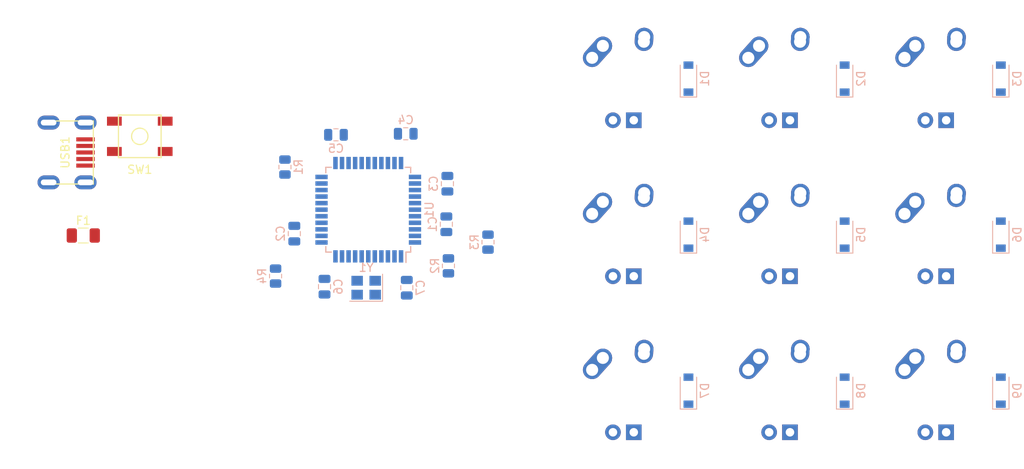
<source format=kicad_pcb>
(kicad_pcb (version 20211014) (generator pcbnew)
  (layers (0 "F.Cu" signal) (31 "B.Cu" signal) (34 "B.Paste" user) (35 "F.Paste" user) (36 "B.SilkS" user "B.Silkscreen") (37 "F.SilkS" user "F.Silkscreen") (38 "B.Mask" user) (39 "F.Mask" user) (44 "Edge.Cuts" user))
  (net 0 "")
  (net 1 "Net-(C1-Pad1)")
  (net 2 "GND")
  (net 3 "+5V")
  (net 4 "Net-(Y1-Pad1)")
  (net 5 "Net-(Y1-Pad3)")
  (net 6 "ROW0")
  (net 7 "Net-(D1-Pad2)")
  (net 8 "Net-(D2-Pad2)")
  (net 9 "Net-(D3-Pad2)")
  (net 10 "ROW1")
  (net 11 "Net-(D4-Pad2)")
  (net 12 "Net-(D5-Pad2)")
  (net 13 "Net-(D6-Pad2)")
  (net 14 "ROW2")
  (net 15 "Net-(D7-Pad2)")
  (net 16 "Net-(D8-Pad2)")
  (net 17 "Net-(D9-Pad2)")
  (net 18 "VCC")
  (net 19 "COL0")
  (net 20 "COL1")
  (net 21 "COL2")
  (net 22 "Net-(R1-Pad1)")
  (net 23 "Net-(R2-Pad1)")
  (net 24 "D+")
  (net 25 "Net-(R3-Pad1)")
  (net 26 "D-")
  (net 27 "Net-(U1-Pad13)")
  (footprint "random-keyboard-parts:SKQG-1155865" (layer "F.Cu") (at 141.0445 80.07)
    (fp_text reference "SW1" (at 0 4.064) (layer "F.SilkS"))
    (fp_text value "SW_Push")
    (fp_line (start -2.6 -2.6) (end 2.6 -2.6) (layer "F.SilkS") (width 0.15))
    (fp_line (start -2.6 2.6) (end -2.6 -2.6) (layer "F.SilkS") (width 0.15))
    (fp_line (start 2.6 2.6) (end -2.6 2.6) (layer "F.SilkS") (width 0.15))
    (fp_line (start 2.6 -2.6) (end 2.6 2.6) (layer "F.SilkS") (width 0.15))
    (fp_circle (center 0 0) (end 1 0) (layer "F.SilkS") (width 0.15) (fill none))
    (pad "1" smd rect locked (at 3.1 1.85) (size 1.8 1.1) (layers "F.Cu" "F.Paste" "F.Mask") (net 2 "GND"))
    (pad "2" smd rect locked (at -3.1 -1.85) (size 1.8 1.1) (layers "F.Cu" "F.Paste" "F.Mask") (net 27 "Net-(U1-Pad13)"))
    (pad "3" smd rect locked (at 3.1 -1.85) (size 1.8 1.1) (layers "F.Cu" "F.Paste" "F.Mask"))
    (pad "4" smd rect locked (at -3.1 1.85) (size 1.8 1.1) (layers "F.Cu" "F.Paste" "F.Mask"))
  )
  (footprint "MX_Alps_Hybrid:MX-1U" (layer "F.Cu") (at 219.075 92.075)
    (fp_text reference "MX5")
    (fp_text value "MX-NoLED")
    (pad "" np_thru_hole circle locked (at 0 0) (size 3.9878 3.9878) (drill 3.9878) (layers *.Cu *.Mask))
    (pad "" np_thru_hole circle locked (at -5.08 0 48.0996) (size 1.75 1.75) (drill 1.75) (layers *.Cu *.Mask))
    (pad "" np_thru_hole circle locked (at 5.08 0 48.0996) (size 1.75 1.75) (drill 1.75) (layers *.Cu *.Mask))
    (pad "1" thru_hole circle locked (at -2.5 -4) (size 2.25 2.25) (drill 1.47) (layers *.Cu "B.Mask") (net 20 "COL1"))
    (pad "1" thru_hole oval locked (at -3.81 -2.54 48.0996) (size 4.211556 2.25) (drill 1.47 (offset 0.980778 0)) (layers *.Cu "B.Mask") (net 20 "COL1"))
    (pad "2" thru_hole oval locked (at 2.5 -4.5 86.0548) (size 2.831378 2.25) (drill 1.47 (offset 0.290689 0)) (layers *.Cu "B.Mask") (net 12 "Net-(D5-Pad2)"))
    (pad "2" thru_hole circle locked (at 2.54 -5.08) (size 2.25 2.25) (drill 1.47) (layers *.Cu "B.Mask") (net 12 "Net-(D5-Pad2)"))
    (pad "3" thru_hole circle locked (at -1.27 5.08) (size 1.905 1.905) (drill 1.04) (layers *.Cu "B.Mask"))
    (pad "4" thru_hole rect locked (at 1.27 5.08) (size 1.905 1.905) (drill 1.04) (layers *.Cu "B.Mask"))
  )
  (footprint "MX_Alps_Hybrid:MX-1U" (layer "F.Cu") (at 200.025 92.075)
    (fp_text reference "MX4")
    (fp_text value "MX-NoLED")
    (pad "" np_thru_hole circle locked (at -5.08 0 48.0996) (size 1.75 1.75) (drill 1.75) (layers *.Cu *.Mask))
    (pad "" np_thru_hole circle locked (at 5.08 0 48.0996) (size 1.75 1.75) (drill 1.75) (layers *.Cu *.Mask))
    (pad "" np_thru_hole circle locked (at 0 0) (size 3.9878 3.9878) (drill 3.9878) (layers *.Cu *.Mask))
    (pad "1" thru_hole oval locked (at -3.81 -2.54 48.0996) (size 4.211556 2.25) (drill 1.47 (offset 0.980778 0)) (layers *.Cu "B.Mask") (net 19 "COL0"))
    (pad "1" thru_hole circle locked (at -2.5 -4) (size 2.25 2.25) (drill 1.47) (layers *.Cu "B.Mask") (net 19 "COL0"))
    (pad "2" thru_hole circle locked (at 2.54 -5.08) (size 2.25 2.25) (drill 1.47) (layers *.Cu "B.Mask") (net 11 "Net-(D4-Pad2)"))
    (pad "2" thru_hole oval locked (at 2.5 -4.5 86.0548) (size 2.831378 2.25) (drill 1.47 (offset 0.290689 0)) (layers *.Cu "B.Mask") (net 11 "Net-(D4-Pad2)"))
    (pad "3" thru_hole circle locked (at -1.27 5.08) (size 1.905 1.905) (drill 1.04) (layers *.Cu "B.Mask"))
    (pad "4" thru_hole rect locked (at 1.27 5.08) (size 1.905 1.905) (drill 1.04) (layers *.Cu "B.Mask"))
  )
  (footprint "MX_Alps_Hybrid:MX-1U" (layer "F.Cu") (at 219.075 73.025)
    (fp_text reference "MX2")
    (fp_text value "MX-NoLED")
    (pad "" np_thru_hole circle locked (at 0 0) (size 3.9878 3.9878) (drill 3.9878) (layers *.Cu *.Mask))
    (pad "" np_thru_hole circle locked (at -5.08 0 48.0996) (size 1.75 1.75) (drill 1.75) (layers *.Cu *.Mask))
    (pad "" np_thru_hole circle locked (at 5.08 0 48.0996) (size 1.75 1.75) (drill 1.75) (layers *.Cu *.Mask))
    (pad "1" thru_hole circle locked (at -2.5 -4) (size 2.25 2.25) (drill 1.47) (layers *.Cu "B.Mask") (net 20 "COL1"))
    (pad "1" thru_hole oval locked (at -3.81 -2.54 48.0996) (size 4.211556 2.25) (drill 1.47 (offset 0.980778 0)) (layers *.Cu "B.Mask") (net 20 "COL1"))
    (pad "2" thru_hole oval locked (at 2.5 -4.5 86.0548) (size 2.831378 2.25) (drill 1.47 (offset 0.290689 0)) (layers *.Cu "B.Mask") (net 8 "Net-(D2-Pad2)"))
    (pad "2" thru_hole circle locked (at 2.54 -5.08) (size 2.25 2.25) (drill 1.47) (layers *.Cu "B.Mask") (net 8 "Net-(D2-Pad2)"))
    (pad "3" thru_hole circle locked (at -1.27 5.08) (size 1.905 1.905) (drill 1.04) (layers *.Cu "B.Mask"))
    (pad "4" thru_hole rect locked (at 1.27 5.08) (size 1.905 1.905) (drill 1.04) (layers *.Cu "B.Mask"))
  )
  (footprint "random-keyboard-parts:Molex-0548190589" (layer "F.Cu") (at 129.9245 82.042)
    (fp_text reference "USB1" (at 2.032 0 90) (layer "F.SilkS"))
    (fp_text value "Molex-0548190589")
    (fp_line (start 5.45 -3.85) (end 5.45 3.85) (layer "F.SilkS") (width 0.15))
    (fp_line (start 0 3.85) (end 5.45 3.85) (layer "F.SilkS") (width 0.15))
    (fp_line (start 0 -3.85) (end 5.45 -3.85) (layer "F.SilkS") (width 0.15))
    (pad "1" smd rect locked (at 4.5 1.6) (size 2.25 0.5) (layers "F.Cu" "F.Paste" "F.Mask") (net 2 "GND"))
    (pad "2" smd rect locked (at 4.5 0.8) (size 2.25 0.5) (layers "F.Cu" "F.Paste" "F.Mask"))
    (pad "3" smd rect locked (at 4.5 0) (size 2.25 0.5) (layers "F.Cu" "F.Paste" "F.Mask") (net 24 "D+"))
    (pad "4" smd rect locked (at 4.5 -0.8) (size 2.25 0.5) (layers "F.Cu" "F.Paste" "F.Mask") (net 26 "D-"))
    (pad "5" smd rect locked (at 4.5 -1.6) (size 2.25 0.5) (layers "F.Cu" "F.Paste" "F.Mask") (net 18 "VCC"))
    (pad "6" thru_hole oval locked (at 4.5 -3.65) (size 2.7 1.7) (drill oval 1.9 0.7) (layers *.Cu *.Mask) (net 2 "GND"))
    (pad "6" thru_hole oval locked (at 0 -3.65) (size 2.7 1.7) (drill oval 1.9 0.7) (layers *.Cu *.Mask) (net 2 "GND"))
    (pad "6" thru_hole oval locked (at 4.5 3.65) (size 2.7 1.7) (drill oval 1.9 0.7) (layers *.Cu *.Mask) (net 2 "GND"))
    (pad "6" thru_hole oval locked (at 0 3.65) (size 2.7 1.7) (drill oval 1.9 0.7) (layers *.Cu *.Mask) (net 2 "GND"))
  )
  (footprint "MX_Alps_Hybrid:MX-1U" (layer "F.Cu") (at 238.125 73.025)
    (fp_text reference "MX3")
    (fp_text value "MX-NoLED")
    (pad "" np_thru_hole circle locked (at -5.08 0 48.0996) (size 1.75 1.75) (drill 1.75) (layers *.Cu *.Mask))
    (pad "" np_thru_hole circle locked (at 0 0) (size 3.9878 3.9878) (drill 3.9878) (layers *.Cu *.Mask))
    (pad "" np_thru_hole circle locked (at 5.08 0 48.0996) (size 1.75 1.75) (drill 1.75) (layers *.Cu *.Mask))
    (pad "1" thru_hole circle locked (at -2.5 -4) (size 2.25 2.25) (drill 1.47) (layers *.Cu "B.Mask") (net 21 "COL2"))
    (pad "1" thru_hole oval locked (at -3.81 -2.54 48.0996) (size 4.211556 2.25) (drill 1.47 (offset 0.980778 0)) (layers *.Cu "B.Mask") (net 21 "COL2"))
    (pad "2" thru_hole oval locked (at 2.5 -4.5 86.0548) (size 2.831378 2.25) (drill 1.47 (offset 0.290689 0)) (layers *.Cu "B.Mask") (net 9 "Net-(D3-Pad2)"))
    (pad "2" thru_hole circle locked (at 2.54 -5.08) (size 2.25 2.25) (drill 1.47) (layers *.Cu "B.Mask") (net 9 "Net-(D3-Pad2)"))
    (pad "3" thru_hole circle locked (at -1.27 5.08) (size 1.905 1.905) (drill 1.04) (layers *.Cu "B.Mask"))
    (pad "4" thru_hole rect locked (at 1.27 5.08) (size 1.905 1.905) (drill 1.04) (layers *.Cu "B.Mask"))
  )
  (footprint "Fuse:Fuse_1206_3216Metric" (layer "F.Cu") (at 134.1545 92.18)
    (fp_text reference "F1" (at 0 -1.82) (layer "F.SilkS"))
    (fp_text value "500mA")
    (fp_line (start -0.602064 -0.91) (end 0.602064 -0.91) (layer "F.SilkS") (width 0.12))
    (fp_line (start -0.602064 0.91) (end 0.602064 0.91) (layer "F.SilkS") (width 0.12))
    (pad "1" smd roundrect locked (at -1.4 0) (size 1.25 1.75) (layers "F.Cu" "F.Paste" "F.Mask") (roundrect_rratio 0.2) (net 18 "VCC"))
    (pad "2" smd roundrect locked (at 1.4 0) (size 1.25 1.75) (layers "F.Cu" "F.Paste" "F.Mask") (roundrect_rratio 0.2) (net 3 "+5V"))
  )
  (footprint "MX_Alps_Hybrid:MX-1U" (layer "F.Cu") (at 200.025 111.125)
    (fp_text reference "MX7")
    (fp_text value "MX-NoLED")
    (pad "" np_thru_hole circle locked (at 5.08 0 48.0996) (size 1.75 1.75) (drill 1.75) (layers *.Cu *.Mask))
    (pad "" np_thru_hole circle locked (at -5.08 0 48.0996) (size 1.75 1.75) (drill 1.75) (layers *.Cu *.Mask))
    (pad "" np_thru_hole circle locked (at 0 0) (size 3.9878 3.9878) (drill 3.9878) (layers *.Cu *.Mask))
    (pad "1" thru_hole circle locked (at -2.5 -4) (size 2.25 2.25) (drill 1.47) (layers *.Cu "B.Mask") (net 19 "COL0"))
    (pad "1" thru_hole oval locked (at -3.81 -2.54 48.0996) (size 4.211556 2.25) (drill 1.47 (offset 0.980778 0)) (layers *.Cu "B.Mask") (net 19 "COL0"))
    (pad "2" thru_hole oval locked (at 2.5 -4.5 86.0548) (size 2.831378 2.25) (drill 1.47 (offset 0.290689 0)) (layers *.Cu "B.Mask") (net 15 "Net-(D7-Pad2)"))
    (pad "2" thru_hole circle locked (at 2.54 -5.08) (size 2.25 2.25) (drill 1.47) (layers *.Cu "B.Mask") (net 15 "Net-(D7-Pad2)"))
    (pad "3" thru_hole circle locked (at -1.27 5.08) (size 1.905 1.905) (drill 1.04) (layers *.Cu "B.Mask"))
    (pad "4" thru_hole rect locked (at 1.27 5.08) (size 1.905 1.905) (drill 1.04) (layers *.Cu "B.Mask"))
  )
  (footprint "MX_Alps_Hybrid:MX-1U" (layer "F.Cu") (at 238.125 111.125)
    (fp_text reference "MX9")
    (fp_text value "MX-NoLED")
    (pad "" np_thru_hole circle locked (at -5.08 0 48.0996) (size 1.75 1.75) (drill 1.75) (layers *.Cu *.Mask))
    (pad "" np_thru_hole circle locked (at 5.08 0 48.0996) (size 1.75 1.75) (drill 1.75) (layers *.Cu *.Mask))
    (pad "" np_thru_hole circle locked (at 0 0) (size 3.9878 3.9878) (drill 3.9878) (layers *.Cu *.Mask))
    (pad "1" thru_hole circle locked (at -2.5 -4) (size 2.25 2.25) (drill 1.47) (layers *.Cu "B.Mask") (net 21 "COL2"))
    (pad "1" thru_hole oval locked (at -3.81 -2.54 48.0996) (size 4.211556 2.25) (drill 1.47 (offset 0.980778 0)) (layers *.Cu "B.Mask") (net 21 "COL2"))
    (pad "2" thru_hole circle locked (at 2.54 -5.08) (size 2.25 2.25) (drill 1.47) (layers *.Cu "B.Mask") (net 17 "Net-(D9-Pad2)"))
    (pad "2" thru_hole oval locked (at 2.5 -4.5 86.0548) (size 2.831378 2.25) (drill 1.47 (offset 0.290689 0)) (layers *.Cu "B.Mask") (net 17 "Net-(D9-Pad2)"))
    (pad "3" thru_hole circle locked (at -1.27 5.08) (size 1.905 1.905) (drill 1.04) (layers *.Cu "B.Mask"))
    (pad "4" thru_hole rect locked (at 1.27 5.08) (size 1.905 1.905) (drill 1.04) (layers *.Cu "B.Mask"))
  )
  (footprint "MX_Alps_Hybrid:MX-1U" (layer "F.Cu") (at 219.075 111.125)
    (fp_text reference "MX8")
    (fp_text value "MX-NoLED")
    (pad "" np_thru_hole circle locked (at -5.08 0 48.0996) (size 1.75 1.75) (drill 1.75) (layers *.Cu *.Mask))
    (pad "" np_thru_hole circle locked (at 0 0) (size 3.9878 3.9878) (drill 3.9878) (layers *.Cu *.Mask))
    (pad "" np_thru_hole circle locked (at 5.08 0 48.0996) (size 1.75 1.75) (drill 1.75) (layers *.Cu *.Mask))
    (pad "1" thru_hole circle locked (at -2.5 -4) (size 2.25 2.25) (drill 1.47) (layers *.Cu "B.Mask") (net 20 "COL1"))
    (pad "1" thru_hole oval locked (at -3.81 -2.54 48.0996) (size 4.211556 2.25) (drill 1.47 (offset 0.980778 0)) (layers *.Cu "B.Mask") (net 20 "COL1"))
    (pad "2" thru_hole circle locked (at 2.54 -5.08) (size 2.25 2.25) (drill 1.47) (layers *.Cu "B.Mask") (net 16 "Net-(D8-Pad2)"))
    (pad "2" thru_hole oval locked (at 2.5 -4.5 86.0548) (size 2.831378 2.25) (drill 1.47 (offset 0.290689 0)) (layers *.Cu "B.Mask") (net 16 "Net-(D8-Pad2)"))
    (pad "3" thru_hole circle locked (at -1.27 5.08) (size 1.905 1.905) (drill 1.04) (layers *.Cu "B.Mask"))
    (pad "4" thru_hole rect locked (at 1.27 5.08) (size 1.905 1.905) (drill 1.04) (layers *.Cu "B.Mask"))
  )
  (footprint "MX_Alps_Hybrid:MX-1U" (layer "F.Cu") (at 238.125 92.075)
    (fp_text reference "MX6")
    (fp_text value "MX-NoLED")
    (pad "" np_thru_hole circle locked (at -5.08 0 48.0996) (size 1.75 1.75) (drill 1.75) (layers *.Cu *.Mask))
    (pad "" np_thru_hole circle locked (at 0 0) (size 3.9878 3.9878) (drill 3.9878) (layers *.Cu *.Mask))
    (pad "" np_thru_hole circle locked (at 5.08 0 48.0996) (size 1.75 1.75) (drill 1.75) (layers *.Cu *.Mask))
    (pad "1" thru_hole oval locked (at -3.81 -2.54 48.0996) (size 4.211556 2.25) (drill 1.47 (offset 0.980778 0)) (layers *.Cu "B.Mask") (net 21 "COL2"))
    (pad "1" thru_hole circle locked (at -2.5 -4) (size 2.25 2.25) (drill 1.47) (layers *.Cu "B.Mask") (net 21 "COL2"))
    (pad "2" thru_hole circle locked (at 2.54 -5.08) (size 2.25 2.25) (drill 1.47) (layers *.Cu "B.Mask") (net 13 "Net-(D6-Pad2)"))
    (pad "2" thru_hole oval locked (at 2.5 -4.5 86.0548) (size 2.831378 2.25) (drill 1.47 (offset 0.290689 0)) (layers *.Cu "B.Mask") (net 13 "Net-(D6-Pad2)"))
    (pad "3" thru_hole circle locked (at -1.27 5.08) (size 1.905 1.905) (drill 1.04) (layers *.Cu "B.Mask"))
    (pad "4" thru_hole rect locked (at 1.27 5.08) (size 1.905 1.905) (drill 1.04) (layers *.Cu "B.Mask"))
  )
  (footprint "MX_Alps_Hybrid:MX-1U" (layer "F.Cu") (at 200.025 73.025)
    (fp_text reference "MX1")
    (fp_text value "MX-NoLED")
    (pad "" np_thru_hole circle locked (at 0 0) (size 3.9878 3.9878) (drill 3.9878) (layers *.Cu *.Mask))
    (pad "" np_thru_hole circle locked (at 5.08 0 48.0996) (size 1.75 1.75) (drill 1.75) (layers *.Cu *.Mask))
    (pad "" np_thru_hole circle locked (at -5.08 0 48.0996) (size 1.75 1.75) (drill 1.75) (layers *.Cu *.Mask))
    (pad "1" thru_hole oval locked (at -3.81 -2.54 48.0996) (size 4.211556 2.25) (drill 1.47 (offset 0.980778 0)) (layers *.Cu "B.Mask") (net 19 "COL0"))
    (pad "1" thru_hole circle locked (at -2.5 -4) (size 2.25 2.25) (drill 1.47) (layers *.Cu "B.Mask") (net 19 "COL0"))
    (pad "2" thru_hole oval locked (at 2.5 -4.5 86.0548) (size 2.831378 2.25) (drill 1.47 (offset 0.290689 0)) (layers *.Cu "B.Mask") (net 7 "Net-(D1-Pad2)"))
    (pad "2" thru_hole circle locked (at 2.54 -5.08) (size 2.25 2.25) (drill 1.47) (layers *.Cu "B.Mask") (net 7 "Net-(D1-Pad2)"))
    (pad "3" thru_hole circle locked (at -1.27 5.08) (size 1.905 1.905) (drill 1.04) (layers *.Cu "B.Mask"))
    (pad "4" thru_hole rect locked (at 1.27 5.08) (size 1.905 1.905) (drill 1.04) (layers *.Cu "B.Mask"))
  )
  (footprint "Diode_SMD:D_SOD-123" (layer "B.Cu") (at 227.0125 73.025 90)
    (fp_text reference "D2" (at 0 2 90) (layer "B.SilkS") (effects (justify mirror)))
    (fp_text value "D_Small")
    (fp_line (start -2.25 1) (end 1.65 1) (layer "B.SilkS") (width 0.12))
    (fp_line (start -2.25 -1) (end 1.65 -1) (layer "B.SilkS") (width 0.12))
    (fp_line (start -2.25 1) (end -2.25 -1) (layer "B.SilkS") (width 0.12))
    (pad "1" smd rect locked (at -1.65 0 90) (size 0.9 1.2) (layers "B.Cu" "B.Paste" "B.Mask") (net 6 "ROW0"))
    (pad "2" smd rect locked (at 1.65 0 90) (size 0.9 1.2) (layers "B.Cu" "B.Paste" "B.Mask") (net 8 "Net-(D2-Pad2)"))
  )
  (footprint "Capacitor_SMD:C_0805_2012Metric" (layer "B.Cu") (at 173.482 79.756 180)
    (fp_text reference "C4" (at 0 1.68) (layer "B.SilkS") (effects (justify mirror)))
    (fp_text value "0.1uF")
    (fp_line (start -0.261252 0.735) (end 0.261252 0.735) (layer "B.SilkS") (width 0.12))
    (fp_line (start -0.261252 -0.735) (end 0.261252 -0.735) (layer "B.SilkS") (width 0.12))
    (pad "1" smd roundrect locked (at -0.95 0 180) (size 1 1.45) (layers "B.Cu" "B.Paste" "B.Mask") (net 3 "+5V"))
    (pad "2" smd roundrect locked (at 0.95 0 180) (size 1 1.45) (layers "B.Cu" "B.Paste" "B.Mask") (net 2 "GND"))
  )
  (footprint "Capacitor_SMD:C_0805_2012Metric" (layer "B.Cu") (at 178.562 85.852 -90)
    (fp_text reference "C3" (at 0 1.68 90) (layer "B.SilkS") (effects (justify mirror)))
    (fp_text value "0.1uF")
    (fp_line (start -0.261252 -0.735) (end 0.261252 -0.735) (layer "B.SilkS") (width 0.12))
    (fp_line (start -0.261252 0.735) (end 0.261252 0.735) (layer "B.SilkS") (width 0.12))
    (pad "1" smd roundrect locked (at -0.95 0 270) (size 1 1.45) (layers "B.Cu" "B.Paste" "B.Mask") (net 3 "+5V"))
    (pad "2" smd roundrect locked (at 0.95 0 270) (size 1 1.45) (layers "B.Cu" "B.Paste" "B.Mask") (net 2 "GND"))
  )
  (footprint "Capacitor_SMD:C_0805_2012Metric" (layer "B.Cu") (at 173.609 98.552 90)
    (fp_text reference "C7" (at 0 1.68 90) (layer "B.SilkS") (effects (justify mirror)))
    (fp_text value "22pF")
    (fp_line (start -0.261252 -0.735) (end 0.261252 -0.735) (layer "B.SilkS") (width 0.12))
    (fp_line (start -0.261252 0.735) (end 0.261252 0.735) (layer "B.SilkS") (width 0.12))
    (pad "1" smd roundrect locked (at -0.95 0 90) (size 1 1.45) (layers "B.Cu" "B.Paste" "B.Mask") (net 2 "GND"))
    (pad "2" smd roundrect locked (at 0.95 0 90) (size 1 1.45) (layers "B.Cu" "B.Paste" "B.Mask") (net 5 "Net-(Y1-Pad3)"))
  )
  (footprint "Diode_SMD:D_SOD-123" (layer "B.Cu") (at 246.0625 92.075 90)
    (fp_text reference "D6" (at 0 2 90) (layer "B.SilkS") (effects (justify mirror)))
    (fp_text value "D_Small")
    (fp_line (start -2.25 -1) (end 1.65 -1) (layer "B.SilkS") (width 0.12))
    (fp_line (start -2.25 1) (end 1.65 1) (layer "B.SilkS") (width 0.12))
    (fp_line (start -2.25 1) (end -2.25 -1) (layer "B.SilkS") (width 0.12))
    (pad "1" smd rect locked (at -1.65 0 90) (size 0.9 1.2) (layers "B.Cu" "B.Paste" "B.Mask") (net 10 "ROW1"))
    (pad "2" smd rect locked (at 1.65 0 90) (size 0.9 1.2) (layers "B.Cu" "B.Paste" "B.Mask") (net 13 "Net-(D6-Pad2)"))
  )
  (footprint "Diode_SMD:D_SOD-123" (layer "B.Cu") (at 207.9625 73.025 90)
    (fp_text reference "D1" (at 0 2 90) (layer "B.SilkS") (effects (justify mirror)))
    (fp_text value "D_Small")
    (fp_line (start -2.25 -1) (end 1.65 -1) (layer "B.SilkS") (width 0.12))
    (fp_line (start -2.25 1) (end -2.25 -1) (layer "B.SilkS") (width 0.12))
    (fp_line (start -2.25 1) (end 1.65 1) (layer "B.SilkS") (width 0.12))
    (pad "1" smd rect locked (at -1.65 0 90) (size 0.9 1.2) (layers "B.Cu" "B.Paste" "B.Mask") (net 6 "ROW0"))
    (pad "2" smd rect locked (at 1.65 0 90) (size 0.9 1.2) (layers "B.Cu" "B.Paste" "B.Mask") (net 7 "Net-(D1-Pad2)"))
  )
  (footprint "Resistor_SMD:R_0805_2012Metric" (layer "B.Cu") (at 158.75 83.82 90)
    (fp_text reference "R1" (at 0 1.65 90) (layer "B.SilkS") (effects (justify mirror)))
    (fp_text value "10k")
    (fp_line (start -0.227064 -0.735) (end 0.227064 -0.735) (layer "B.SilkS") (width 0.12))
    (fp_line (start -0.227064 0.735) (end 0.227064 0.735) (layer "B.SilkS") (width 0.12))
    (pad "1" smd roundrect locked (at -0.9125 0 90) (size 1.025 1.4) (layers "B.Cu" "B.Paste" "B.Mask") (roundrect_rratio 0.243902) (net 22 "Net-(R1-Pad1)"))
    (pad "2" smd roundrect locked (at 0.9125 0 90) (size 1.025 1.4) (layers "B.Cu" "B.Paste" "B.Mask") (roundrect_rratio 0.243902) (net 2 "GND"))
  )
  (footprint "Diode_SMD:D_SOD-123" (layer "B.Cu") (at 227.0125 92.075 90)
    (fp_text reference "D5" (at 0 2 90) (layer "B.SilkS") (effects (justify mirror)))
    (fp_text value "D_Small")
    (fp_line (start -2.25 1) (end -2.25 -1) (layer "B.SilkS") (width 0.12))
    (fp_line (start -2.25 -1) (end 1.65 -1) (layer "B.SilkS") (width 0.12))
    (fp_line (start -2.25 1) (end 1.65 1) (layer "B.SilkS") (width 0.12))
    (pad "1" smd rect locked (at -1.65 0 90) (size 0.9 1.2) (layers "B.Cu" "B.Paste" "B.Mask") (net 10 "ROW1"))
    (pad "2" smd rect locked (at 1.65 0 90) (size 0.9 1.2) (layers "B.Cu" "B.Paste" "B.Mask") (net 12 "Net-(D5-Pad2)"))
  )
  (footprint "Diode_SMD:D_SOD-123" (layer "B.Cu") (at 207.9625 111.125 90)
    (fp_text reference "D7" (at 0 2 90) (layer "B.SilkS") (effects (justify mirror)))
    (fp_text value "D_Small")
    (fp_line (start -2.25 1) (end -2.25 -1) (layer "B.SilkS") (width 0.12))
    (fp_line (start -2.25 1) (end 1.65 1) (layer "B.SilkS") (width 0.12))
    (fp_line (start -2.25 -1) (end 1.65 -1) (layer "B.SilkS") (width 0.12))
    (pad "1" smd rect locked (at -1.65 0 90) (size 0.9 1.2) (layers "B.Cu" "B.Paste" "B.Mask") (net 14 "ROW2"))
    (pad "2" smd rect locked (at 1.65 0 90) (size 0.9 1.2) (layers "B.Cu" "B.Paste" "B.Mask") (net 15 "Net-(D7-Pad2)"))
  )
  (footprint "Capacitor_SMD:C_0805_2012Metric" (layer "B.Cu") (at 159.893 91.948 -90)
    (fp_text reference "C2" (at 0 1.68 90) (layer "B.SilkS") (effects (justify mirror)))
    (fp_text value "0.1uF")
    (fp_line (start -0.261252 -0.735) (end 0.261252 -0.735) (layer "B.SilkS") (width 0.12))
    (fp_line (start -0.261252 0.735) (end 0.261252 0.735) (layer "B.SilkS") (width 0.12))
    (pad "1" smd roundrect locked (at -0.95 0 270) (size 1 1.45) (layers "B.Cu" "B.Paste" "B.Mask") (net 3 "+5V"))
    (pad "2" smd roundrect locked (at 0.95 0 270) (size 1 1.45) (layers "B.Cu" "B.Paste" "B.Mask") (net 2 "GND"))
  )
  (footprint "Diode_SMD:D_SOD-123" (layer "B.Cu") (at 227.0125 111.125 90)
    (fp_text reference "D8" (at 0 2 90) (layer "B.SilkS") (effects (justify mirror)))
    (fp_text value "D_Small")
    (fp_line (start -2.25 1) (end 1.65 1) (layer "B.SilkS") (width 0.12))
    (fp_line (start -2.25 -1) (end 1.65 -1) (layer "B.SilkS") (width 0.12))
    (fp_line (start -2.25 1) (end -2.25 -1) (layer "B.SilkS") (width 0.12))
    (pad "1" smd rect locked (at -1.65 0 90) (size 0.9 1.2) (layers "B.Cu" "B.Paste" "B.Mask") (net 14 "ROW2"))
    (pad "2" smd rect locked (at 1.65 0 90) (size 0.9 1.2) (layers "B.Cu" "B.Paste" "B.Mask") (net 16 "Net-(D8-Pad2)"))
  )
  (footprint "Crystal:Crystal_SMD_3225-4Pin_3.2x2.5mm" (layer "B.Cu") (at 168.656 98.552 180)
    (fp_text reference "Y1" (at 0 2.45) (layer "B.SilkS") (effects (justify mirror)))
    (fp_text value "16MHz")
    (fp_line (start -2 -1.65) (end 2 -1.65) (layer "B.SilkS") (width 0.12))
    (fp_line (start -2 1.65) (end -2 -1.65) (layer "B.SilkS") (width 0.12))
    (pad "1" smd rect locked (at -1.1 -0.85 180) (size 1.4 1.2) (layers "B.Cu" "B.Paste" "B.Mask") (net 4 "Net-(Y1-Pad1)"))
    (pad "2" smd rect locked (at 1.1 -0.85 180) (size 1.4 1.2) (layers "B.Cu" "B.Paste" "B.Mask") (net 2 "GND"))
    (pad "3" smd rect locked (at 1.1 0.85 180) (size 1.4 1.2) (layers "B.Cu" "B.Paste" "B.Mask") (net 5 "Net-(Y1-Pad3)"))
    (pad "4" smd rect locked (at -1.1 0.85 180) (size 1.4 1.2) (layers "B.Cu" "B.Paste" "B.Mask") (net 2 "GND"))
  )
  (footprint "Diode_SMD:D_SOD-123" (layer "B.Cu") (at 207.9625 92.075 90)
    (fp_text reference "D4" (at 0 2 90) (layer "B.SilkS") (effects (justify mirror)))
    (fp_text value "D_Small")
    (fp_line (start -2.25 1) (end 1.65 1) (layer "B.SilkS") (width 0.12))
    (fp_line (start -2.25 1) (end -2.25 -1) (layer "B.SilkS") (width 0.12))
    (fp_line (start -2.25 -1) (end 1.65 -1) (layer "B.SilkS") (width 0.12))
    (pad "1" smd rect locked (at -1.65 0 90) (size 0.9 1.2) (layers "B.Cu" "B.Paste" "B.Mask") (net 10 "ROW1"))
    (pad "2" smd rect locked (at 1.65 0 90) (size 0.9 1.2) (layers "B.Cu" "B.Paste" "B.Mask") (net 11 "Net-(D4-Pad2)"))
  )
  (footprint "Resistor_SMD:R_0805_2012Metric" (layer "B.Cu") (at 178.689 95.885 -90)
    (fp_text reference "R2" (at 0 1.65 90) (layer "B.SilkS") (effects (justify mirror)))
    (fp_text value "22")
    (fp_line (start -0.227064 -0.735) (end 0.227064 -0.735) (layer "B.SilkS") (width 0.12))
    (fp_line (start -0.227064 0.735) (end 0.227064 0.735) (layer "B.SilkS") (width 0.12))
    (pad "1" smd roundrect locked (at -0.9125 0 270) (size 1.025 1.4) (layers "B.Cu" "B.Paste" "B.Mask") (roundrect_rratio 0.243902) (net 23 "Net-(R2-Pad1)"))
    (pad "2" smd roundrect locked (at 0.9125 0 270) (size 1.025 1.4) (layers "B.Cu" "B.Paste" "B.Mask") (roundrect_rratio 0.243902) (net 24 "D+"))
  )
  (footprint "Capacitor_SMD:C_0805_2012Metric" (layer "B.Cu") (at 163.576 98.425 90)
    (fp_text reference "C6" (at 0 1.68 90) (layer "B.SilkS") (effects (justify mirror)))
    (fp_text value "22pF")
    (fp_line (start -0.261252 -0.735) (end 0.261252 -0.735) (layer "B.SilkS") (width 0.12))
    (fp_line (start -0.261252 0.735) (end 0.261252 0.735) (layer "B.SilkS") (width 0.12))
    (pad "1" smd roundrect locked (at -0.95 0 90) (size 1 1.45) (layers "B.Cu" "B.Paste" "B.Mask") (net 2 "GND"))
    (pad "2" smd roundrect locked (at 0.95 0 90) (size 1 1.45) (layers "B.Cu" "B.Paste" "B.Mask") (net 4 "Net-(Y1-Pad1)"))
  )
  (footprint "Capacitor_SMD:C_0805_2012Metric" (layer "B.Cu") (at 164.973 79.883)
    (fp_text reference "C5" (at 0 1.68) (layer "B.SilkS") (effects (justify mirror)))
    (fp_text value "0.1uF")
    (fp_line (start -0.261252 0.735) (end 0.261252 0.735) (layer "B.SilkS") (width 0.12))
    (fp_line (start -0.261252 -0.735) (end 0.261252 -0.735) (layer "B.SilkS") (width 0.12))
    (pad "1" smd roundrect locked (at -0.95 0) (size 1 1.45) (layers "B.Cu" "B.Paste" "B.Mask") (net 3 "+5V"))
    (pad "2" smd roundrect locked (at 0.95 0) (size 1 1.45) (layers "B.Cu" "B.Paste" "B.Mask") (net 2 "GND"))
  )
  (footprint "Resistor_SMD:R_0805_2012Metric" (layer "B.Cu") (at 183.515 92.9875 -90)
    (fp_text reference "R3" (at 0 1.65 90) (layer "B.SilkS") (effects (justify mirror)))
    (fp_text value "22")
    (fp_line (start -0.227064 0.735) (end 0.227064 0.735) (layer "B.SilkS") (width 0.12))
    (fp_line (start -0.227064 -0.735) (end 0.227064 -0.735) (layer "B.SilkS") (width 0.12))
    (pad "1" smd roundrect locked (at -0.9125 0 270) (size 1.025 1.4) (layers "B.Cu" "B.Paste" "B.Mask") (roundrect_rratio 0.243902) (net 25 "Net-(R3-Pad1)"))
    (pad "2" smd roundrect locked (at 0.9125 0 270) (size 1.025 1.4) (layers "B.Cu" "B.Paste" "B.Mask") (roundrect_rratio 0.243902) (net 26 "D-"))
  )
  (footprint "Diode_SMD:D_SOD-123" (layer "B.Cu") (at 246.0625 73.025 90)
    (fp_text reference "D3" (at 0 2 90) (layer "B.SilkS") (effects (justify mirror)))
    (fp_text value "D_Small")
    (fp_line (start -2.25 -1) (end 1.65 -1) (layer "B.SilkS") (width 0.12))
    (fp_line (start -2.25 1) (end -2.25 -1) (layer "B.SilkS") (width 0.12))
    (fp_line (start -2.25 1) (end 1.65 1) (layer "B.SilkS") (width 0.12))
    (pad "1" smd rect locked (at -1.65 0 90) (size 0.9 1.2) (layers "B.Cu" "B.Paste" "B.Mask") (net 6 "ROW0"))
    (pad "2" smd rect locked (at 1.65 0 90) (size 0.9 1.2) (layers "B.Cu" "B.Paste" "B.Mask") (net 9 "Net-(D3-Pad2)"))
  )
  (footprint "Capacitor_SMD:C_0805_2012Metric" (layer "B.Cu") (at 178.435 90.805 -90)
    (fp_text reference "C1" (at 0 1.68 90) (layer "B.SilkS") (effects (justify mirror)))
    (fp_text value "1uF")
    (fp_line (start -0.261252 0.735) (end 0.261252 0.735) (layer "B.SilkS") (width 0.12))
    (fp_line (start -0.261252 -0.735) (end 0.261252 -0.735) (layer "B.SilkS") (width 0.12))
    (pad "1" smd roundrect locked (at -0.95 0 270) (size 1 1.45) (layers "B.Cu" "B.Paste" "B.Mask") (net 1 "Net-(C1-Pad1)"))
    (pad "2" smd roundrect locked (at 0.95 0 270) (size 1 1.45) (layers "B.Cu" "B.Paste" "B.Mask") (net 2 "GND"))
  )
  (footprint "Package_QFP:TQFP-44_10x10mm_P0.8mm" (layer "B.Cu") (at 168.91 89.027 90)
    (fp_text reference "U1" (at 0 7.45 90) (layer "B.SilkS") (effects (justify mirror)))
    (fp_text value "ATmega32U4-A")
    (fp_line (start -5.175 5.175) (end -4.5 5.175) (layer "B.SilkS") (width 0.15))
    (fp_line (start 5.175 5.175) (end 5.175 4.5) (layer "B.SilkS") (width 0.15))
    (fp_line (start -5.175 -5.175) (end -5.175 -4.5) (layer "B.SilkS") (width 0.15))
    (fp_line (start 5.175 -5.175) (end 5.175 -4.5) (layer "B.SilkS") (width 0.15))
    (fp_line (start 5.175 5.175) (end 4.5 5.175) (layer "B.SilkS") (width 0.15))
    (fp_line (start -5.175 5.175) (end -5.175 4.6) (layer "B.SilkS") (width 0.15))
    (fp_line (start -5.175 4.6) (end -6.45 4.6) (layer "B.SilkS") (width 0.15))
    (fp_line (start -5.175 -5.175) (end -4.5 -5.175) (layer "B.SilkS") (width 0.15))
    (fp_line (start 5.175 -5.175) (end 4.5 -5.175) (layer "B.SilkS") (width 0.15))
    (pad "1" smd rect locked (at -5.7 4 90) (size 1.5 0.55) (layers "B.Cu" "B.Paste" "B.Mask"))
    (pad "2" smd rect locked (at -5.7 3.2 90) (size 1.5 0.55) (layers "B.Cu" "B.Paste" "B.Mask") (net 3 "+5V"))
    (pad "3" smd rect locked (at -5.7 2.4 90) (size 1.5 0.55) (layers "B.Cu" "B.Paste" "B.Mask") (net 25 "Net-(R3-Pad1)"))
    (pad "4" smd rect locked (at -5.7 1.6 90) (size 1.5 0.55) (layers "B.Cu" "B.Paste" "B.Mask") (net 23 "Net-(R2-Pad1)"))
    (pad "5" smd rect locked (at -5.7 0.8 90) (size 1.5 0.55) (layers "B.Cu" "B.Paste" "B.Mask") (net 2 "GND"))
    (pad "6" smd rect locked (at -5.7 0 90) (size 1.5 0.55) (layers "B.Cu" "B.Paste" "B.Mask") (net 1 "Net-(C1-Pad1)"))
    (pad "7" smd rect locked (at -5.7 -0.8 90) (size 1.5 0.55) (layers "B.Cu" "B.Paste" "B.Mask") (net 3 "+5V"))
    (pad "8" smd rect locked (at -5.7 -1.6 90) (size 1.5 0.55) (layers "B.Cu" "B.Paste" "B.Mask"))
    (pad "9" smd rect locked (at -5.7 -2.4 90) (size 1.5 0.55) (layers "B.Cu" "B.Paste" "B.Mask"))
    (pad "10" smd rect locked (at -5.7 -3.2 90) (size 1.5 0.55) (layers "B.Cu" "B.Paste" "B.Mask"))
    (pad "11" smd rect locked (at -5.7 -4 90) (size 1.5 0.55) (layers "B.Cu" "B.Paste" "B.Mask"))
    (pad "12" smd rect locked (at -4 -5.7) (size 1.5 0.55) (layers "B.Cu" "B.Paste" "B.Mask"))
    (pad "13" smd rect locked (at -3.2 -5.7) (size 1.5 0.55) (layers "B.Cu" "B.Paste" "B.Mask") (net 27 "Net-(U1-Pad13)"))
    (pad "14" smd rect locked (at -2.4 -5.7) (size 1.5 0.55) (layers "B.Cu" "B.Paste" "B.Mask") (net 3 "+5V"))
    (pad "15" smd rect locked (at -1.6 -5.7) (size 1.5 0.55) (layers "B.Cu" "B.Paste" "B.Mask") (net 2 "GND"))
    (pad "16" smd rect locked (at -0.8 -5.7) (size 1.5 0.55) (layers "B.Cu" "B.Paste" "B.Mask") (net 5 "Net-(Y1-Pad3)"))
    (pad "17" smd rect locked (at 0 -5.7) (size 1.5 0.55) (layers "B.Cu" "B.Paste" "B.Mask") (net 4 "Net-(Y1-Pad1)"))
    (pad "18" smd rect locked (at 0.8 -5.7) (size 1.5 0.55) (layers "B.Cu" "B.Paste" "B.Mask"))
    (pad "19" smd rect locked (at 1.6 -5.7) (size 1.5 0.55) (layers "B.Cu" "B.Paste" "B.Mask"))
    (pad "20" smd rect locked (at 2.4 -5.7) (size 1.5 0.55) (layers "B.Cu" "B.Paste" "B.Mask"))
    (pad "21" smd rect locked (at 3.2 -5.7) (size 1.5 0.55) (layers "B.Cu" "B.Paste" "B.Mask"))
    (pad "22" smd rect locked (at 4 -5.7) (size 1.5 0.55) (layers "B.Cu" "B.Paste" "B.Mask"))
    (pad "23" smd rect locked (at 5.7 -4 90) (size 1.5 0.55) (layers "B.Cu" "B.Paste" "B.Mask") (net 2 "GND"))
    (pad "24" smd rect locked (at 5.7 -3.2 90) (size 1.5 0.55) (layers "B.Cu" "B.Paste" "B.Mask") (net 3 "+5V"))
    (pad "25" smd rect locked (at 5.7 -2.4 90) (size 1.5 0.55) (layers "B.Cu" "B.Paste" "B.Mask"))
    (pad "26" smd rect locked (at 5.7 -1.6 90) (size 1.5 0.55) (layers "B.Cu" "B.Paste" "B.Mask"))
    (pad "27" smd rect locked (at 5.7 -0.8 90) (size 1.5 0.55) (layers "B.Cu" "B.Paste" "B.Mask"))
    (pad "28" smd rect locked (at 5.7 0 90) (size 1.5 0.55) (layers "B.Cu" "B.Paste" "B.Mask"))
    (pad "29" smd rect locked (at 5.7 0.8 90) (size 1.5 0.55) (layers "B.Cu" "B.Paste" "B.Mask"))
    (pad "30" smd rect locked (at 5.7 1.6 90) (size 1.5 0.55) (layers "B.Cu" "B.Paste" "B.Mask"))
    (pad "31" smd rect locked (at 5.7 2.4 90) (size 1.5 0.55) (layers "B.Cu" "B.Paste" "B.Mask"))
    (pad "32" smd rect locked (at 5.7 3.2 90) (size 1.5 0.55) (layers "B.Cu" "B.Paste" "B.Mask"))
    (pad "33" smd rect locked (at 5.7 4 90) (size 1.5 0.55) (layers "B.Cu" "B.Paste" "B.Mask") (net 22 "Net-(R1-Pad1)"))
    (pad "34" smd rect locked (at 4 5.7) (size 1.5 0.55) (layers "B.Cu" "B.Paste" "B.Mask") (net 3 "+5V"))
    (pad "35" smd rect locked (at 3.2 5.7) (size 1.5 0.55) (layers "B.Cu" "B.Paste" "B.Mask") (net 2 "GND"))
    (pad "36" smd rect locked (at 2.4 5.7) (size 1.5 0.55) (layers "B.Cu" "B.Paste" "B.Mask") (net 21 "COL2"))
    (pad "37" smd rect locked (at 1.6 5.7) (size 1.5 0.55) (layers "B.Cu" "B.Paste" "B.Mask") (net 20 "COL1"))
    (pad "38" smd rect locked (at 0.8 5.7) (size 1.5 0.55) (layers "B.Cu" "B.Paste" "B.Mask") (net 19 "COL0"))
    (pad "39" smd rect locked (at 0 5.7) (size 1.5 0.55) (layers "B.Cu" "B.Paste" "B.Mask") (net 14 "ROW2"))
    (pad "40" smd rect locked (at -0.8 5.7) (size 1.5 0.55) (layers "B.Cu" "B.Paste" "B.Mask") (net 10 "ROW1"))
    (pad "41" smd rect locked (at -1.6 5.7) (size 1.5 0.55) (layers "B.Cu" "B.Paste" "B.Mask") (net 6 "ROW0"))
    (pad "42" smd rect locked (at -2.4 5.7) (size 1.5 0.55) (layers "B.Cu" "B.Paste" "B.Mask"))
    (pad "43" smd rect locked (at -3.2 5.7) (size 1.5 0.55) (layers "B.Cu" "B.Paste" "B.Mask") (net 2 "GND"))
    (pad "44" smd rect locked (at -4 5.7) (size 1.5 0.55) (layers "B.Cu" "B.Paste" "B.Mask") (net 3 "+5V"))
  )
  (footprint "Diode_SMD:D_SOD-123" (layer "B.Cu") (at 246.0625 111.125 90)
    (fp_text reference "D9" (at 0 2 90) (layer "B.SilkS") (effects (justify mirror)))
    (fp_text value "D_Small")
    (fp_line (start -2.25 1) (end 1.65 1) (layer "B.SilkS") (width 0.12))
    (fp_line (start -2.25 1) (end -2.25 -1) (layer "B.SilkS") (width 0.12))
    (fp_line (start -2.25 -1) (end 1.65 -1) (layer "B.SilkS") (width 0.12))
    (pad "1" smd rect locked (at -1.65 0 90) (size 0.9 1.2) (layers "B.Cu" "B.Paste" "B.Mask") (net 14 "ROW2"))
    (pad "2" smd rect locked (at 1.65 0 90) (size 0.9 1.2) (layers "B.Cu" "B.Paste" "B.Mask") (net 17 "Net-(D9-Pad2)"))
  )
  (footprint "Resistor_SMD:R_0805_2012Metric" (layer "B.Cu") (at 157.607 97.1315 -90)
    (fp_text reference "R4" (at 0 1.65 90) (layer "B.SilkS") (effects (justify mirror)))
    (fp_text value "10k")
    (fp_line (start -0.227064 -0.735) (end 0.227064 -0.735) (layer "B.SilkS") (width 0.12))
    (fp_line (start -0.227064 0.735) (end 0.227064 0.735) (layer "B.SilkS") (width 0.12))
    (pad "1" smd roundrect locked (at -0.9125 0 270) (size 1.025 1.4) (layers "B.Cu" "B.Paste" "B.Mask") (roundrect_rratio 0.243902) (net 3 "+5V"))
    (pad "2" smd roundrect locked (at 0.9125 0 270) (size 1.025 1.4) (layers "B.Cu" "B.Paste" "B.Mask") (roundrect_rratio 0.243902) (net 27 "Net-(U1-Pad13)"))
  )
)
</source>
